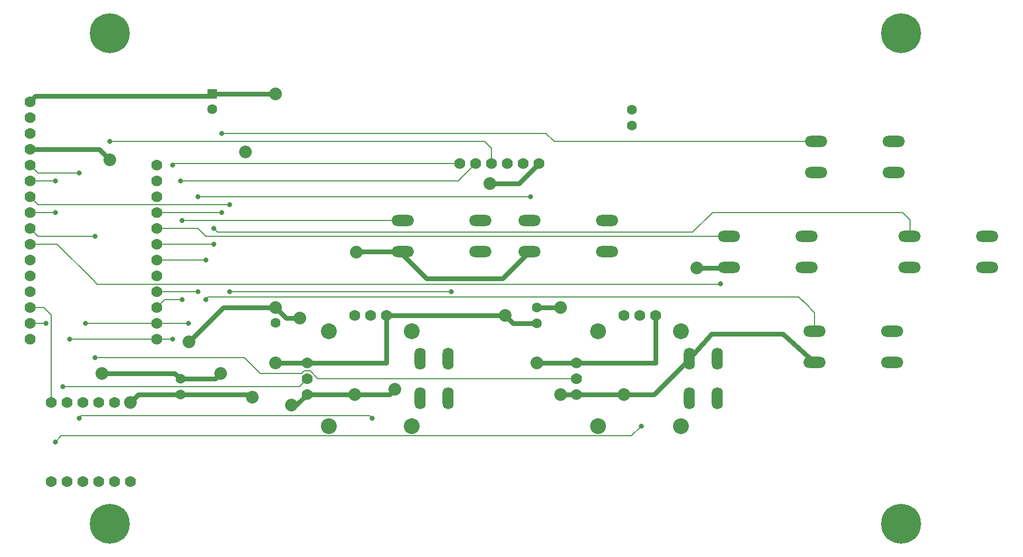
<source format=gbr>
%TF.GenerationSoftware,KiCad,Pcbnew,(5.99.0-3294-g9c46e491e)*%
%TF.CreationDate,2020-11-09T01:34:01-05:00*%
%TF.ProjectId,Game_Controller,47616d65-5f43-46f6-9e74-726f6c6c6572,rev?*%
%TF.SameCoordinates,Original*%
%TF.FileFunction,Copper,L1,Top*%
%TF.FilePolarity,Positive*%
%FSLAX46Y46*%
G04 Gerber Fmt 4.6, Leading zero omitted, Abs format (unit mm)*
G04 Created by KiCad (PCBNEW (5.99.0-3294-g9c46e491e)) date 2020-11-09 01:34:01*
%MOMM*%
%LPD*%
G01*
G04 APERTURE LIST*
%TA.AperFunction,ComponentPad*%
%ADD10C,6.400000*%
%TD*%
%TA.AperFunction,ComponentPad*%
%ADD11O,3.581400X1.790700*%
%TD*%
%TA.AperFunction,ComponentPad*%
%ADD12C,1.778000*%
%TD*%
%TA.AperFunction,ComponentPad*%
%ADD13O,1.778000X3.556000*%
%TD*%
%TA.AperFunction,ComponentPad*%
%ADD14C,2.540000*%
%TD*%
%TA.AperFunction,ComponentPad*%
%ADD15C,1.600000*%
%TD*%
%TA.AperFunction,ComponentPad*%
%ADD16R,1.600000X1.600000*%
%TD*%
%TA.AperFunction,ViaPad*%
%ADD17C,2.032000*%
%TD*%
%TA.AperFunction,ViaPad*%
%ADD18C,0.800000*%
%TD*%
%TA.AperFunction,Conductor*%
%ADD19C,0.762000*%
%TD*%
%TA.AperFunction,Conductor*%
%ADD20C,0.203200*%
%TD*%
G04 APERTURE END LIST*
D10*
%TO.P,REF\u002A\u002A,3*%
%TO.N,N/C*%
X219556000Y-132520000D03*
%TD*%
%TO.P,REF\u002A\u002A,2*%
%TO.N,N/C*%
X219556000Y-53780000D03*
%TD*%
%TO.P,REF\u002A\u002A,4*%
%TO.N,N/C*%
X92656000Y-132520000D03*
%TD*%
%TO.P,REF\u002A\u002A,1*%
%TO.N,N/C*%
X92656000Y-53780000D03*
%TD*%
D11*
%TO.P,SW5,1,S*%
%TO.N,Net-(SW5-Pad1)*%
X139647600Y-83870800D03*
%TO.P,SW5,2,S1*%
%TO.N,Net-(SW5-Pad2)*%
X152144400Y-83870800D03*
%TO.P,SW5,3,P*%
%TO.N,GND*%
X139647600Y-88849200D03*
%TO.P,SW5,4,P1*%
%TO.N,Net-(SW5-Pad4)*%
X152144400Y-88849200D03*
%TD*%
D12*
%TO.P,U2,1,CS*%
%TO.N,N/C*%
X83285000Y-125730000D03*
%TO.P,U2,2,SDO*%
X85825000Y-125730000D03*
%TO.P,U2,3,A1*%
X88365000Y-125730000D03*
%TO.P,U2,4,A2*%
X90905000Y-125730000D03*
%TO.P,U2,5,A3*%
X93445000Y-125730000D03*
%TO.P,U2,6,I2*%
X95985000Y-125730000D03*
%TO.P,U2,7,Vin*%
%TO.N,+3V3*%
X95985000Y-113030000D03*
%TO.P,U2,8,3V*%
%TO.N,N/C*%
X93445000Y-113030000D03*
%TO.P,U2,9,GND*%
%TO.N,GND*%
X90905000Y-113030000D03*
%TO.P,U2,10,SCL*%
%TO.N,/SCL*%
X88365000Y-113030000D03*
%TO.P,U2,11,SDA*%
%TO.N,/SDA*%
X85825000Y-113030000D03*
%TO.P,U2,12,INT*%
%TO.N,Net-(U1-Pad14)*%
X83285000Y-113030000D03*
%TD*%
%TO.P,JOY1,1,XVdd*%
%TO.N,+3V3*%
X137006000Y-99060000D03*
%TO.P,JOY1,2,XOut*%
%TO.N,Net-(JOY1-Pad2)*%
X134466000Y-99060000D03*
%TO.P,JOY1,3,XGnd*%
%TO.N,GND*%
X131926000Y-99060000D03*
%TO.P,JOY1,4,YVdd*%
%TO.N,+3V3*%
X124306000Y-106680000D03*
%TO.P,JOY1,5,Yout*%
%TO.N,Net-(JOY1-Pad5)*%
X124306000Y-109220000D03*
%TO.P,JOY1,6,YGnd*%
%TO.N,GND*%
X124306000Y-111760000D03*
D13*
%TO.P,JOY1,7,Sel*%
%TO.N,Net-(JOY1-Pad7)*%
X146967000Y-106045000D03*
%TO.P,JOY1,8,SelGnd*%
%TO.N,GND*%
X142467000Y-106045000D03*
%TO.P,JOY1,9*%
%TO.N,N/C*%
X142467000Y-112395000D03*
%TO.P,JOY1,10*%
X146967000Y-112395000D03*
D14*
%TO.P,JOY1,MOUNT1*%
X141133500Y-101600000D03*
%TO.P,JOY1,MOUNT2*%
X127798500Y-101600000D03*
%TO.P,JOY1,MOUNT3*%
X127798500Y-116840000D03*
%TO.P,JOY1,MOUNT4*%
X141133500Y-116840000D03*
%TD*%
D15*
%TO.P,C3,1*%
%TO.N,+3V3*%
X161136000Y-100330000D03*
%TO.P,C3,2*%
%TO.N,GND*%
X161136000Y-97830000D03*
%TD*%
D11*
%TO.P,SW3,1,S*%
%TO.N,Net-(SW3-Pad1)*%
X220927600Y-86410800D03*
%TO.P,SW3,2,S1*%
%TO.N,Net-(SW3-Pad2)*%
X233424400Y-86410800D03*
%TO.P,SW3,3,P*%
%TO.N,GND*%
X220927600Y-91389200D03*
%TO.P,SW3,4,P1*%
%TO.N,Net-(SW3-Pad4)*%
X233424400Y-91389200D03*
%TD*%
%TO.P,SW2,1,S*%
%TO.N,Net-(SW2-Pad1)*%
X191971600Y-86410800D03*
%TO.P,SW2,2,S1*%
%TO.N,Net-(SW2-Pad2)*%
X204468400Y-86410800D03*
%TO.P,SW2,3,P*%
%TO.N,GND*%
X191971600Y-91389200D03*
%TO.P,SW2,4,P1*%
%TO.N,Net-(SW2-Pad4)*%
X204468400Y-91389200D03*
%TD*%
%TO.P,SW6,1,S*%
%TO.N,Net-(SW6-Pad1)*%
X159967600Y-83870800D03*
%TO.P,SW6,2,S1*%
%TO.N,Net-(SW6-Pad2)*%
X172464400Y-83870800D03*
%TO.P,SW6,3,P*%
%TO.N,GND*%
X159967600Y-88849200D03*
%TO.P,SW6,4,P1*%
%TO.N,Net-(SW6-Pad4)*%
X172464400Y-88849200D03*
%TD*%
D15*
%TO.P,C4,1*%
%TO.N,+3V3*%
X103986000Y-111760000D03*
%TO.P,C4,2*%
%TO.N,GND*%
X103986000Y-109260000D03*
%TD*%
%TO.P,C5,1*%
%TO.N,+3V3*%
X176376000Y-68580000D03*
%TO.P,C5,2*%
%TO.N,GND*%
X176376000Y-66080000D03*
%TD*%
D16*
%TO.P,C1,1*%
%TO.N,+3V3*%
X109066000Y-63500000D03*
D15*
%TO.P,C1,2*%
%TO.N,GND*%
X109066000Y-66000000D03*
%TD*%
D12*
%TO.P,JOY2,1,XVdd*%
%TO.N,+3V3*%
X180186000Y-99060000D03*
%TO.P,JOY2,2,XOut*%
%TO.N,Net-(JOY2-Pad2)*%
X177646000Y-99060000D03*
%TO.P,JOY2,3,XGnd*%
%TO.N,GND*%
X175106000Y-99060000D03*
%TO.P,JOY2,4,YVdd*%
%TO.N,+3V3*%
X167486000Y-106680000D03*
%TO.P,JOY2,5,Yout*%
%TO.N,Net-(JOY2-Pad5)*%
X167486000Y-109220000D03*
%TO.P,JOY2,6,YGnd*%
%TO.N,GND*%
X167486000Y-111760000D03*
D13*
%TO.P,JOY2,7,Sel*%
%TO.N,Net-(JOY2-Pad7)*%
X190147000Y-106045000D03*
%TO.P,JOY2,8,SelGnd*%
%TO.N,GND*%
X185647000Y-106045000D03*
%TO.P,JOY2,9*%
%TO.N,N/C*%
X185647000Y-112395000D03*
%TO.P,JOY2,10*%
X190147000Y-112395000D03*
D14*
%TO.P,JOY2,MOUNT1*%
X184313500Y-101600000D03*
%TO.P,JOY2,MOUNT2*%
X170978500Y-101600000D03*
%TO.P,JOY2,MOUNT3*%
X170978500Y-116840000D03*
%TO.P,JOY2,MOUNT4*%
X184313500Y-116840000D03*
%TD*%
D12*
%TO.P,OLED1,1,SDA*%
%TO.N,/SDA*%
X148817000Y-74676000D03*
%TO.P,OLED1,2,SCL*%
%TO.N,/SCL*%
X151357000Y-74676000D03*
%TO.P,OLED1,3,RST*%
%TO.N,Net-(OLED1-Pad3)*%
X153897000Y-74676000D03*
%TO.P,OLED1,4,GND*%
%TO.N,GND*%
X156437000Y-74676000D03*
%TO.P,OLED1,5,3Vo*%
%TO.N,N/C*%
X158977000Y-74676000D03*
%TO.P,OLED1,6,Vin*%
%TO.N,+3V3*%
X161517000Y-74676000D03*
%TD*%
D11*
%TO.P,SW4,1,S*%
%TO.N,Net-(SW4-Pad1)*%
X205687600Y-101650800D03*
%TO.P,SW4,2,S1*%
%TO.N,Net-(SW4-Pad2)*%
X218184400Y-101650800D03*
%TO.P,SW4,3,P*%
%TO.N,GND*%
X205687600Y-106629200D03*
%TO.P,SW4,4,P1*%
%TO.N,Net-(SW4-Pad4)*%
X218184400Y-106629200D03*
%TD*%
%TO.P,SW1,1,S*%
%TO.N,Net-(SW1-Pad1)*%
X205941600Y-71170800D03*
%TO.P,SW1,2,S1*%
%TO.N,Net-(SW1-Pad2)*%
X218438400Y-71170800D03*
%TO.P,SW1,3,P*%
%TO.N,GND*%
X205941600Y-76149200D03*
%TO.P,SW1,4,P1*%
%TO.N,Net-(SW1-Pad4)*%
X218438400Y-76149200D03*
%TD*%
D12*
%TO.P,U1,1,RST*%
%TO.N,+3V3*%
X79856000Y-64770000D03*
%TO.P,U1,2,3V*%
%TO.N,Net-(U1-Pad2)*%
X79856000Y-67310000D03*
%TO.P,U1,3,ARef*%
%TO.N,Net-(U1-Pad3)*%
X79856000Y-69850000D03*
%TO.P,U1,4,GND*%
%TO.N,GND*%
X79856000Y-72390000D03*
%TO.P,U1,5,A0*%
%TO.N,Net-(JOY1-Pad2)*%
X79856000Y-74930000D03*
%TO.P,U1,6,A1*%
%TO.N,Net-(JOY1-Pad5)*%
X79856000Y-77470000D03*
%TO.P,U1,7,A2*%
%TO.N,Net-(JOY1-Pad7)*%
X79856000Y-80010000D03*
%TO.P,U1,8,A3*%
%TO.N,Net-(JOY2-Pad2)*%
X79856000Y-82550000D03*
%TO.P,U1,9,A4*%
%TO.N,Net-(JOY2-Pad5)*%
X79856000Y-85090000D03*
%TO.P,U1,10,A5*%
%TO.N,Net-(JOY2-Pad7)*%
X79856000Y-87630000D03*
%TO.P,U1,11,SCK*%
%TO.N,Net-(U1-Pad11)*%
X79856000Y-90170000D03*
%TO.P,U1,12,MOSI*%
%TO.N,Net-(U1-Pad12)*%
X79856000Y-92710000D03*
%TO.P,U1,13,MISO*%
%TO.N,Net-(U1-Pad13)*%
X79856000Y-95250000D03*
%TO.P,U1,14,Rx*%
%TO.N,Net-(U1-Pad14)*%
X79856000Y-97790000D03*
%TO.P,U1,15,Tx*%
%TO.N,Net-(OLED1-Pad3)*%
X79856000Y-100330000D03*
%TO.P,U1,16,DFU*%
%TO.N,Net-(U1-Pad16)*%
X79856000Y-102870000D03*
%TO.P,U1,17,SDA*%
%TO.N,/SDA*%
X100176000Y-102870000D03*
%TO.P,U1,18,SCL*%
%TO.N,/SCL*%
X100176000Y-100330000D03*
%TO.P,U1,19,5*%
%TO.N,Net-(SW5-Pad1)*%
X100176000Y-97790000D03*
%TO.P,U1,20,6*%
%TO.N,Net-(SW6-Pad1)*%
X100176000Y-95250000D03*
%TO.P,U1,21,9*%
%TO.N,Net-(U1-Pad21)*%
X100176000Y-92710000D03*
%TO.P,U1,22,10*%
%TO.N,Net-(SW4-Pad1)*%
X100176000Y-90170000D03*
%TO.P,U1,23,11*%
%TO.N,Net-(SW3-Pad1)*%
X100176000Y-87630000D03*
%TO.P,U1,24,12*%
%TO.N,Net-(SW2-Pad1)*%
X100176000Y-85090000D03*
%TO.P,U1,25,13*%
%TO.N,Net-(SW1-Pad1)*%
X100176000Y-82550000D03*
%TO.P,U1,26,USB*%
%TO.N,Net-(U1-Pad26)*%
X100176000Y-80010000D03*
%TO.P,U1,27,En*%
%TO.N,Net-(U1-Pad27)*%
X100176000Y-77470000D03*
%TO.P,U1,28,BAT*%
%TO.N,Net-(U1-Pad28)*%
X100176000Y-74930000D03*
%TD*%
D15*
%TO.P,C2,1*%
%TO.N,GND*%
X119226000Y-97790000D03*
%TO.P,C2,2*%
%TO.N,+3V3*%
X119226000Y-100290000D03*
%TD*%
D17*
%TO.N,GND*%
X110436000Y-108390000D03*
X91386000Y-108390000D03*
X92656000Y-74100000D03*
D18*
%TO.N,+3V3*%
X115516000Y-112200000D03*
D17*
%TO.N,GND*%
X138376000Y-110930000D03*
X164946000Y-97790000D03*
X132180000Y-88900000D03*
X123136000Y-99500000D03*
X114400000Y-72830000D03*
X186790000Y-91440000D03*
X164946000Y-111760000D03*
X105356000Y-103310000D03*
X121766000Y-113470000D03*
X175106000Y-111760000D03*
X119226000Y-97790000D03*
X131926000Y-111760000D03*
D18*
%TO.N,/SDA*%
X86206000Y-102870000D03*
X102716000Y-102870000D03*
X102716000Y-74930000D03*
%TO.N,/SCL*%
X103986000Y-77470000D03*
X88746000Y-100330000D03*
X105256000Y-100330000D03*
D17*
%TO.N,+3V3*%
X161136000Y-106680000D03*
X119226000Y-63500000D03*
X95985000Y-113030000D03*
X156056000Y-99060000D03*
X119226000Y-106680000D03*
X153616000Y-77910000D03*
X115516000Y-112200000D03*
D18*
%TO.N,Net-(SW3-Pad1)*%
X109320000Y-87630000D03*
X109320000Y-85090000D03*
%TO.N,Net-(JOY1-Pad2)*%
X134720000Y-115570000D03*
X87730000Y-115570000D03*
X87730000Y-76200000D03*
%TO.N,Net-(JOY1-Pad5)*%
X83920000Y-77470000D03*
X85123400Y-110490000D03*
%TO.N,Net-(JOY1-Pad7)*%
X111860000Y-95250000D03*
X111860000Y-81280000D03*
X147420000Y-95250000D03*
%TO.N,Net-(JOY2-Pad2)*%
X83920000Y-119380000D03*
X83920000Y-82550000D03*
X177900000Y-116840000D03*
%TO.N,Net-(JOY2-Pad5)*%
X90270000Y-105850000D03*
X90270000Y-86360000D03*
%TO.N,Net-(JOY2-Pad7)*%
X190600000Y-93980000D03*
%TO.N,Net-(OLED1-Pad3)*%
X92656000Y-71120000D03*
X82396000Y-100330000D03*
%TO.N,Net-(SW1-Pad1)*%
X110590000Y-69850000D03*
X110590000Y-82550000D03*
%TO.N,Net-(SW4-Pad1)*%
X108050000Y-90170000D03*
X108050000Y-96520000D03*
%TO.N,Net-(SW5-Pad1)*%
X104240000Y-96520000D03*
X104240000Y-83820000D03*
%TO.N,Net-(SW6-Pad1)*%
X106780000Y-80010000D03*
X160120000Y-80010000D03*
X106780000Y-95250000D03*
%TD*%
D19*
%TO.N,GND*%
X109566000Y-109260000D02*
X110436000Y-108390000D01*
X103986000Y-109260000D02*
X109566000Y-109260000D01*
X142644501Y-92338501D02*
X143456000Y-93150000D01*
X139647600Y-88849200D02*
X139647600Y-89341600D01*
X139647600Y-89341600D02*
X142644501Y-92338501D01*
X143456000Y-93150000D02*
X155666800Y-93150000D01*
X155666800Y-93150000D02*
X159967600Y-88849200D01*
X91386000Y-108390000D02*
X103116000Y-108390000D01*
X103116000Y-108390000D02*
X103986000Y-109260000D01*
D20*
%TO.N,Net-(SW4-Pad1)*%
X205687600Y-98621600D02*
X204221000Y-97155000D01*
X203186001Y-96120001D02*
X204221000Y-97155000D01*
X204221000Y-97155000D02*
X203586000Y-96520000D01*
X108050000Y-96520000D02*
X108449999Y-96120001D01*
X108449999Y-96120001D02*
X203186001Y-96120001D01*
%TO.N,Net-(JOY2-Pad7)*%
X89921000Y-93345000D02*
X90556000Y-93980000D01*
X84206000Y-87630000D02*
X89921000Y-93345000D01*
X89921000Y-93345000D02*
X90635399Y-94059399D01*
X90635399Y-94059399D02*
X190520601Y-94059399D01*
X190520601Y-94059399D02*
X190600000Y-93980000D01*
D19*
%TO.N,GND*%
X185647000Y-106045000D02*
X189176000Y-102040000D01*
X189176000Y-102040000D02*
X200606000Y-102040000D01*
X200606000Y-102040000D02*
X205687600Y-106629200D01*
D20*
%TO.N,Net-(SW4-Pad1)*%
X205687600Y-101650800D02*
X205687600Y-98621600D01*
X205687600Y-101650800D02*
X205840000Y-101498400D01*
%TO.N,Net-(OLED1-Pad3)*%
X92656000Y-71120000D02*
X152786000Y-71120000D01*
%TO.N,/SCL*%
X151357000Y-74676000D02*
X148563000Y-77470000D01*
X148096000Y-77470000D02*
X103986000Y-77470000D01*
X148563000Y-77470000D02*
X148096000Y-77470000D01*
%TO.N,Net-(OLED1-Pad3)*%
X153897000Y-74676000D02*
X153897000Y-72231000D01*
X153897000Y-72231000D02*
X152786000Y-71120000D01*
D19*
%TO.N,+3V3*%
X161517000Y-74676000D02*
X158283000Y-77910000D01*
X158283000Y-77910000D02*
X153616000Y-77910000D01*
%TO.N,GND*%
X121766000Y-113470000D02*
X122596000Y-113470000D01*
X122596000Y-113470000D02*
X124306000Y-111760000D01*
D20*
%TO.N,Net-(JOY2-Pad7)*%
X79856000Y-87630000D02*
X84206000Y-87630000D01*
%TO.N,Net-(U1-Pad14)*%
X79856000Y-97790000D02*
X82056000Y-97790000D01*
X82056000Y-97790000D02*
X83285000Y-99019000D01*
X83285000Y-99019000D02*
X83285000Y-113030000D01*
D19*
%TO.N,GND*%
X90946000Y-72390000D02*
X92656000Y-74100000D01*
X79856000Y-72390000D02*
X90946000Y-72390000D01*
X183742000Y-107950000D02*
X179932000Y-111760000D01*
X179932000Y-111760000D02*
X175106000Y-111760000D01*
%TO.N,+3V3*%
X161136000Y-100330000D02*
X157326000Y-100330000D01*
X157326000Y-100330000D02*
X156056000Y-99060000D01*
X103986000Y-111760000D02*
X115076000Y-111760000D01*
X115076000Y-111760000D02*
X115516000Y-112200000D01*
D20*
%TO.N,Net-(JOY2-Pad5)*%
X123373910Y-108390000D02*
X116786000Y-108390000D01*
X124822045Y-107973955D02*
X124798090Y-107950000D01*
X124822045Y-107973955D02*
X123789955Y-107973955D01*
X126068090Y-109220000D02*
X124822045Y-107973955D01*
X114246000Y-105850000D02*
X90270000Y-105850000D01*
X123789955Y-107973955D02*
X123373910Y-108390000D01*
X116786000Y-108390000D02*
X114246000Y-105850000D01*
D19*
%TO.N,GND*%
X105356000Y-103310000D02*
X106626000Y-102040000D01*
X106626000Y-102040000D02*
X110876000Y-97790000D01*
X110876000Y-97790000D02*
X119226000Y-97790000D01*
X123136000Y-99500000D02*
X120936000Y-99500000D01*
X120936000Y-99500000D02*
X119226000Y-97790000D01*
X137546000Y-111760000D02*
X138376000Y-110930000D01*
X131926000Y-111760000D02*
X137546000Y-111760000D01*
X131926000Y-111760000D02*
X131926000Y-112100000D01*
D20*
%TO.N,Net-(SW2-Pad1)*%
X108100800Y-86410800D02*
X106780000Y-85090000D01*
X106780000Y-85090000D02*
X100176000Y-85090000D01*
%TO.N,Net-(SW3-Pad1)*%
X186170800Y-85709200D02*
X109939200Y-85709200D01*
X189330000Y-82550000D02*
X186170800Y-85709200D01*
D19*
%TO.N,GND*%
X103946000Y-109220000D02*
X103986000Y-109260000D01*
X104026000Y-109220000D02*
X103986000Y-109260000D01*
X167486000Y-111760000D02*
X175106000Y-111760000D01*
X186790000Y-91440000D02*
X191920800Y-91440000D01*
X185647000Y-106045000D02*
X183742000Y-107950000D01*
X164906000Y-97830000D02*
X164946000Y-97790000D01*
X191920800Y-91440000D02*
X191971600Y-91389200D01*
X132230800Y-88849200D02*
X132180000Y-88900000D01*
X164946000Y-111760000D02*
X167486000Y-111760000D01*
X176336000Y-66040000D02*
X176376000Y-66080000D01*
X124306000Y-111760000D02*
X131926000Y-111760000D01*
X139647600Y-88849200D02*
X132230800Y-88849200D01*
X161136000Y-97830000D02*
X164906000Y-97830000D01*
D20*
%TO.N,/SDA*%
X86206000Y-102870000D02*
X100176000Y-102870000D01*
X148817000Y-74676000D02*
X102970000Y-74676000D01*
X102716000Y-102870000D02*
X100176000Y-102870000D01*
X102970000Y-74676000D02*
X102716000Y-74930000D01*
%TO.N,/SCL*%
X105256000Y-100330000D02*
X100176000Y-100330000D01*
X88746000Y-100330000D02*
X100176000Y-100330000D01*
%TO.N,Net-(SW2-Pad1)*%
X191971600Y-86410800D02*
X108100800Y-86410800D01*
X108100800Y-86410800D02*
X108050000Y-86360000D01*
D19*
%TO.N,+3V3*%
X137006000Y-106680000D02*
X124306000Y-106680000D01*
X103986000Y-111760000D02*
X97255000Y-111760000D01*
X96366000Y-112649000D02*
X95985000Y-113030000D01*
X137006000Y-99060000D02*
X156056000Y-99060000D01*
X79856000Y-64770000D02*
X80744999Y-63881001D01*
X109066000Y-63500000D02*
X119226000Y-63500000D01*
X180186000Y-106680000D02*
X167486000Y-106680000D01*
X97255000Y-111760000D02*
X95985000Y-113030000D01*
X108684999Y-63881001D02*
X109066000Y-63500000D01*
X161136000Y-106680000D02*
X167486000Y-106680000D01*
X80744999Y-63881001D02*
X108684999Y-63881001D01*
X119226000Y-106680000D02*
X124306000Y-106680000D01*
X180186000Y-99060000D02*
X180186000Y-106680000D01*
X137006000Y-99060000D02*
X137006000Y-106680000D01*
D20*
%TO.N,Net-(SW3-Pad1)*%
X221029200Y-83769200D02*
X219810000Y-82550000D01*
X219810000Y-82550000D02*
X189330000Y-82550000D01*
X221029200Y-86410800D02*
X221029200Y-83769200D01*
X109939200Y-85709200D02*
X109320000Y-85090000D01*
X109320000Y-87630000D02*
X100176000Y-87630000D01*
X220927600Y-86410800D02*
X221029200Y-86410800D01*
%TO.N,Net-(JOY1-Pad2)*%
X81126000Y-76200000D02*
X79856000Y-74930000D01*
X134320001Y-115170001D02*
X88129999Y-115170001D01*
X88129999Y-115170001D02*
X87730000Y-115570000D01*
X87730000Y-76200000D02*
X81126000Y-76200000D01*
X134720000Y-115570000D02*
X134320001Y-115170001D01*
%TO.N,Net-(JOY1-Pad5)*%
X123036000Y-110490000D02*
X85123400Y-110490000D01*
X83920000Y-77470000D02*
X79856000Y-77470000D01*
X124306000Y-109220000D02*
X123036000Y-110490000D01*
%TO.N,Net-(JOY1-Pad7)*%
X111860000Y-81280000D02*
X81126000Y-81280000D01*
X146967000Y-106045000D02*
X146967000Y-106227000D01*
X81126000Y-81280000D02*
X79856000Y-80010000D01*
X146967000Y-106227000D02*
X147420000Y-106680000D01*
X147420000Y-95250000D02*
X111860000Y-95250000D01*
%TO.N,Net-(JOY2-Pad2)*%
X177900000Y-116840000D02*
X176328399Y-118411601D01*
X176328399Y-118411601D02*
X84888399Y-118411601D01*
X83920000Y-82550000D02*
X79856000Y-82550000D01*
X84888399Y-118411601D02*
X83920000Y-119380000D01*
%TO.N,Net-(JOY2-Pad5)*%
X81126000Y-86360000D02*
X79856000Y-85090000D01*
X167486000Y-109220000D02*
X126068090Y-109220000D01*
X90270000Y-86360000D02*
X81126000Y-86360000D01*
%TO.N,Net-(OLED1-Pad3)*%
X82396000Y-100330000D02*
X79856000Y-100330000D01*
%TO.N,Net-(SW1-Pad1)*%
X205941600Y-71170800D02*
X163958430Y-71170800D01*
X110590000Y-82550000D02*
X100176000Y-82550000D01*
X162637630Y-69850000D02*
X110590000Y-69850000D01*
X163958430Y-71170800D02*
X162637630Y-69850000D01*
%TO.N,Net-(SW4-Pad1)*%
X108050000Y-90170000D02*
X100176000Y-90170000D01*
%TO.N,Net-(SW5-Pad1)*%
X139647600Y-83870800D02*
X104290800Y-83870800D01*
X104240000Y-96520000D02*
X101446000Y-96520000D01*
X104290800Y-83870800D02*
X104240000Y-83820000D01*
X101446000Y-96520000D02*
X100176000Y-97790000D01*
%TO.N,Net-(SW6-Pad1)*%
X160120000Y-80010000D02*
X106780000Y-80010000D01*
X106780000Y-95250000D02*
X100176000Y-95250000D01*
%TD*%
M02*

</source>
